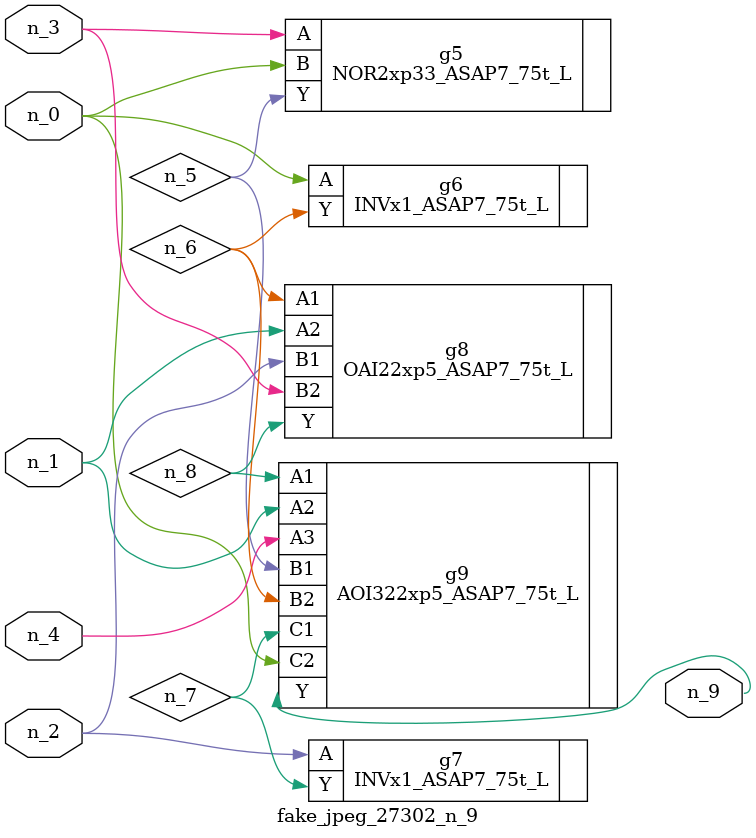
<source format=v>
module fake_jpeg_27302_n_9 (n_3, n_2, n_1, n_0, n_4, n_9);

input n_3;
input n_2;
input n_1;
input n_0;
input n_4;

output n_9;

wire n_8;
wire n_6;
wire n_5;
wire n_7;

NOR2xp33_ASAP7_75t_L g5 ( 
.A(n_3),
.B(n_0),
.Y(n_5)
);

INVx1_ASAP7_75t_L g6 ( 
.A(n_0),
.Y(n_6)
);

INVx1_ASAP7_75t_L g7 ( 
.A(n_2),
.Y(n_7)
);

OAI22xp5_ASAP7_75t_L g8 ( 
.A1(n_6),
.A2(n_1),
.B1(n_2),
.B2(n_3),
.Y(n_8)
);

AOI322xp5_ASAP7_75t_L g9 ( 
.A1(n_8),
.A2(n_1),
.A3(n_4),
.B1(n_5),
.B2(n_6),
.C1(n_7),
.C2(n_0),
.Y(n_9)
);


endmodule
</source>
